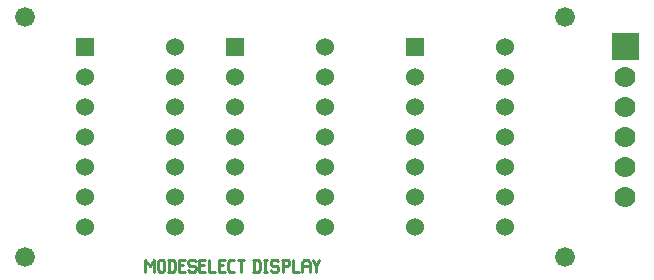
<source format=gbr>
G04 start of page 3 for group 1 idx 1 *
G04 Title: (unknown), ground *
G04 Creator: pcb 20140316 *
G04 CreationDate: Mon 05 Jul 2021 10:39:17 PM GMT UTC *
G04 For: steve *
G04 Format: Gerber/RS-274X *
G04 PCB-Dimensions (mil): 2200.00 1000.00 *
G04 PCB-Coordinate-Origin: lower left *
%MOIN*%
%FSLAX25Y25*%
%LNGROUP1*%
%ADD26C,0.0380*%
%ADD25C,0.0280*%
%ADD24C,0.0300*%
%ADD23C,0.0660*%
%ADD22C,0.0700*%
%ADD21C,0.0600*%
%ADD20C,0.0001*%
%ADD19C,0.0100*%
G54D19*X50000Y9000D02*Y5000D01*
Y9000D02*X51500Y7000D01*
X53000Y9000D01*
Y5000D01*
X54200Y8500D02*Y5500D01*
Y8500D02*X54700Y9000D01*
X55700D01*
X56200Y8500D01*
Y5500D01*
X55700Y5000D02*X56200Y5500D01*
X54700Y5000D02*X55700D01*
X54200Y5500D02*X54700Y5000D01*
X57900Y9000D02*Y5000D01*
X59200Y9000D02*X59900Y8300D01*
Y5700D01*
X59200Y5000D02*X59900Y5700D01*
X57400Y5000D02*X59200D01*
X57400Y9000D02*X59200D01*
X61100Y7200D02*X62600D01*
X61100Y5000D02*X63100D01*
X61100Y9000D02*Y5000D01*
Y9000D02*X63100D01*
X66300D02*X66800Y8500D01*
X64800Y9000D02*X66300D01*
X64300Y8500D02*X64800Y9000D01*
X64300Y8500D02*Y7500D01*
X64800Y7000D01*
X66300D01*
X66800Y6500D01*
Y5500D01*
X66300Y5000D02*X66800Y5500D01*
X64800Y5000D02*X66300D01*
X64300Y5500D02*X64800Y5000D01*
X68000Y7200D02*X69500D01*
X68000Y5000D02*X70000D01*
X68000Y9000D02*Y5000D01*
Y9000D02*X70000D01*
X71200D02*Y5000D01*
X73200D01*
X74400Y7200D02*X75900D01*
X74400Y5000D02*X76400D01*
X74400Y9000D02*Y5000D01*
Y9000D02*X76400D01*
X78300Y5000D02*X79600D01*
X77600Y5700D02*X78300Y5000D01*
X77600Y8300D02*Y5700D01*
Y8300D02*X78300Y9000D01*
X79600D01*
X80800D02*X82800D01*
X81800D02*Y5000D01*
X86300Y9000D02*Y5000D01*
X87600Y9000D02*X88300Y8300D01*
Y5700D01*
X87600Y5000D02*X88300Y5700D01*
X85800Y5000D02*X87600D01*
X85800Y9000D02*X87600D01*
X89500D02*X90500D01*
X90000D02*Y5000D01*
X89500D02*X90500D01*
X93700Y9000D02*X94200Y8500D01*
X92200Y9000D02*X93700D01*
X91700Y8500D02*X92200Y9000D01*
X91700Y8500D02*Y7500D01*
X92200Y7000D01*
X93700D01*
X94200Y6500D01*
Y5500D01*
X93700Y5000D02*X94200Y5500D01*
X92200Y5000D02*X93700D01*
X91700Y5500D02*X92200Y5000D01*
X95900Y9000D02*Y5000D01*
X95400Y9000D02*X97400D01*
X97900Y8500D01*
Y7500D01*
X97400Y7000D02*X97900Y7500D01*
X95900Y7000D02*X97400D01*
X99100Y9000D02*Y5000D01*
X101100D01*
X102300Y8000D02*Y5000D01*
Y8000D02*X103000Y9000D01*
X104100D01*
X104800Y8000D01*
Y5000D01*
X102300Y7000D02*X104800D01*
X106000Y9000D02*X107000Y7000D01*
X108000Y9000D01*
X107000Y7000D02*Y5000D01*
G54D20*G36*
X137000Y83000D02*Y77000D01*
X143000D01*
Y83000D01*
X137000D01*
G37*
G54D21*X140000Y70000D03*
Y60000D03*
Y50000D03*
G54D20*G36*
X205500Y84500D02*Y75500D01*
X214500D01*
Y84500D01*
X205500D01*
G37*
G54D22*X210000Y70000D03*
Y60000D03*
Y50000D03*
Y40000D03*
Y30000D03*
G54D21*X140000Y40000D03*
Y30000D03*
Y20000D03*
X170000D03*
Y30000D03*
Y40000D03*
Y50000D03*
Y60000D03*
Y70000D03*
Y80000D03*
G54D20*G36*
X27000Y83000D02*Y77000D01*
X33000D01*
Y83000D01*
X27000D01*
G37*
G54D21*X30000Y70000D03*
Y60000D03*
Y50000D03*
X60000Y60000D03*
X80000D03*
X60000Y70000D03*
Y80000D03*
G54D20*G36*
X77000Y83000D02*Y77000D01*
X83000D01*
Y83000D01*
X77000D01*
G37*
G54D21*X80000Y70000D03*
X30000Y40000D03*
Y30000D03*
Y20000D03*
X60000D03*
Y30000D03*
Y40000D03*
Y50000D03*
X80000D03*
Y40000D03*
Y30000D03*
Y20000D03*
X110000D03*
Y30000D03*
Y40000D03*
Y50000D03*
Y60000D03*
Y70000D03*
Y80000D03*
G54D23*X190000Y90000D03*
Y10000D03*
X10000D03*
Y90000D03*
G54D24*G54D25*G54D26*G54D25*M02*

</source>
